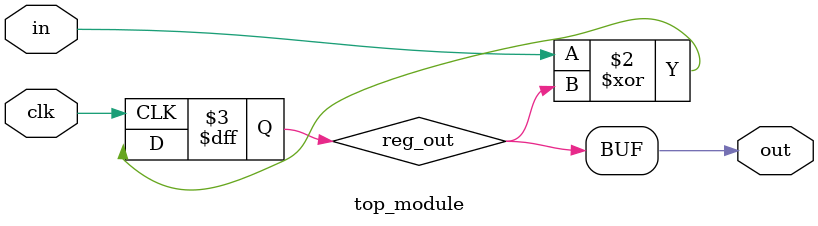
<source format=sv>
module top_module (
    input clk,
    input in,
    output logic out
);

   logic reg_out;

   always_ff @(posedge clk)
   begin
       reg_out <= in ^ reg_out;
   end

   assign out = reg_out;

endmodule

</source>
